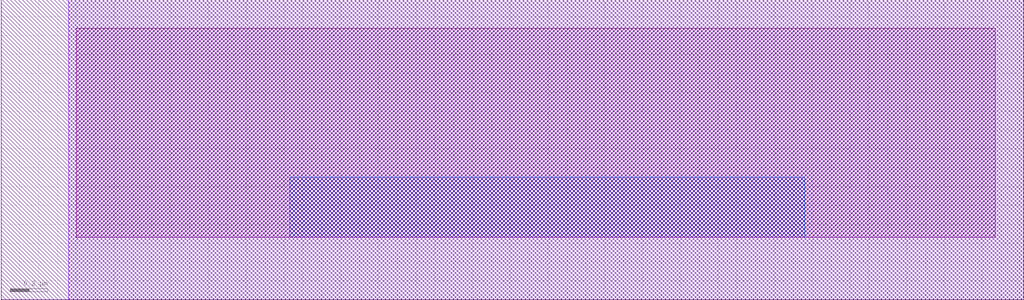
<source format=lef>
VERSION 5.7 ;
  NOWIREEXTENSIONATPIN ON ;
  DIVIDERCHAR "/" ;
  BUSBITCHARS "[]" ;
UNITS
  DATABASE MICRONS 200 ;
END UNITS

LAYER via2
  TYPE CUT ;
END via2

LAYER via
  TYPE CUT ;
END via

LAYER nwell
  TYPE MASTERSLICE ;
END nwell

LAYER via3
  TYPE CUT ;
END via3

LAYER pwell
  TYPE MASTERSLICE ;
END pwell

LAYER via4
  TYPE CUT ;
END via4

LAYER mcon
  TYPE CUT ;
END mcon

LAYER met6
  TYPE ROUTING ;
  WIDTH 0.030000 ;
  SPACING 0.040000 ;
  DIRECTION HORIZONTAL ;
END met6

LAYER met1
  TYPE ROUTING ;
  WIDTH 0.140000 ;
  SPACING 0.140000 ;
  DIRECTION HORIZONTAL ;
END met1

LAYER met3
  TYPE ROUTING ;
  WIDTH 0.300000 ;
  SPACING 0.300000 ;
  DIRECTION HORIZONTAL ;
END met3

LAYER met2
  TYPE ROUTING ;
  WIDTH 0.140000 ;
  SPACING 0.140000 ;
  DIRECTION HORIZONTAL ;
END met2

LAYER met4
  TYPE ROUTING ;
  WIDTH 0.300000 ;
  SPACING 0.300000 ;
  DIRECTION HORIZONTAL ;
END met4

LAYER met5
  TYPE ROUTING ;
  WIDTH 1.600000 ;
  SPACING 1.600000 ;
  DIRECTION HORIZONTAL ;
END met5

LAYER li1
  TYPE ROUTING ;
  WIDTH 0.170000 ;
  SPACING 0.170000 ;
  DIRECTION HORIZONTAL ;
END li1

MACRO sky130_hilas_TgateVinj01
  CLASS BLOCK ;
  FOREIGN sky130_hilas_TgateVinj01 ;
  ORIGIN 2.100 0.400 ;
  SIZE 5.420 BY 1.590 ;
  OBS
      LAYER li1 ;
        RECT -1.700 -0.070 3.170 1.040 ;
      LAYER met1 ;
        RECT -1.740 -0.400 3.320 1.190 ;
      LAYER met2 ;
        RECT -0.570 -0.070 2.160 0.250 ;
  END
END sky130_hilas_TgateVinj01
END LIBRARY


</source>
